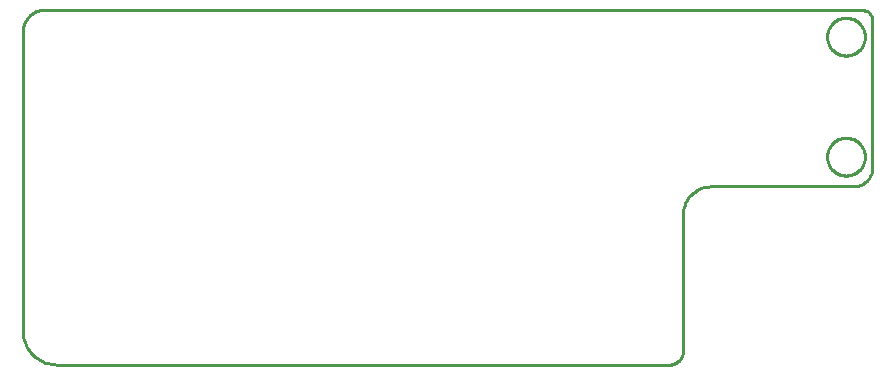
<source format=gbr>
G04 EAGLE Gerber RS-274X export*
G75*
%MOMM*%
%FSLAX34Y34*%
%LPD*%
%IN*%
%IPPOS*%
%AMOC8*
5,1,8,0,0,1.08239X$1,22.5*%
G01*
%ADD10C,0.254000*%


D10*
X36513Y257175D02*
X36621Y254685D01*
X36947Y252213D01*
X37486Y249779D01*
X38236Y247402D01*
X39190Y245099D01*
X40341Y242888D01*
X41680Y240785D01*
X43198Y238807D01*
X44882Y236969D01*
X46720Y235285D01*
X48698Y233768D01*
X50800Y232428D01*
X53011Y231277D01*
X55314Y230323D01*
X57692Y229574D01*
X60126Y229034D01*
X62597Y228709D01*
X65088Y228600D01*
X584200Y228600D01*
X585169Y228642D01*
X586130Y228769D01*
X587076Y228979D01*
X588001Y229270D01*
X588896Y229641D01*
X589756Y230089D01*
X590574Y230610D01*
X591343Y231200D01*
X592058Y231855D01*
X592713Y232570D01*
X593303Y233339D01*
X593824Y234156D01*
X594271Y235016D01*
X594642Y235912D01*
X594934Y236836D01*
X595144Y237783D01*
X595270Y238744D01*
X595313Y239713D01*
X595313Y355600D01*
X595403Y357675D01*
X595674Y359735D01*
X596124Y361763D01*
X596749Y363744D01*
X597544Y365664D01*
X598503Y367506D01*
X599619Y369258D01*
X600884Y370906D01*
X602287Y372438D01*
X603819Y373841D01*
X605467Y375106D01*
X607219Y376222D01*
X609061Y377181D01*
X610981Y377976D01*
X612962Y378601D01*
X614990Y379051D01*
X617050Y379322D01*
X619125Y379413D01*
X739775Y379413D01*
X741159Y379473D01*
X742532Y379654D01*
X743884Y379953D01*
X745205Y380370D01*
X746484Y380900D01*
X747713Y381539D01*
X748881Y382283D01*
X749979Y383127D01*
X751000Y384062D01*
X751936Y385083D01*
X752779Y386182D01*
X753523Y387350D01*
X754163Y388578D01*
X754693Y389858D01*
X755109Y391179D01*
X755409Y392531D01*
X755590Y393904D01*
X755650Y395288D01*
X755650Y520700D01*
X755620Y521392D01*
X755529Y522078D01*
X755380Y522754D01*
X755171Y523415D01*
X754906Y524055D01*
X754587Y524669D01*
X754215Y525253D01*
X753793Y525802D01*
X753325Y526313D01*
X752815Y526780D01*
X752265Y527202D01*
X751681Y527574D01*
X751067Y527894D01*
X750427Y528159D01*
X749767Y528367D01*
X749091Y528517D01*
X748404Y528607D01*
X747713Y528638D01*
X53975Y528638D01*
X52453Y528571D01*
X50943Y528372D01*
X49455Y528042D01*
X48002Y527584D01*
X46595Y527001D01*
X45244Y526298D01*
X43959Y525479D01*
X42750Y524552D01*
X41627Y523523D01*
X40598Y522400D01*
X39671Y521191D01*
X38852Y519906D01*
X38149Y518555D01*
X37566Y517148D01*
X37108Y515695D01*
X36778Y514207D01*
X36579Y512697D01*
X36513Y511175D01*
X36513Y257175D01*
X733953Y420626D02*
X734998Y420557D01*
X736037Y420420D01*
X737064Y420216D01*
X738076Y419945D01*
X739068Y419608D01*
X740036Y419207D01*
X740975Y418744D01*
X741883Y418220D01*
X742754Y417638D01*
X743585Y417000D01*
X744372Y416310D01*
X745113Y415569D01*
X745804Y414781D01*
X746442Y413950D01*
X747024Y413079D01*
X747547Y412172D01*
X748011Y411232D01*
X748412Y410265D01*
X748748Y409273D01*
X749019Y408261D01*
X749224Y407233D01*
X749361Y406195D01*
X749429Y405149D01*
X749429Y404102D01*
X749361Y403056D01*
X749224Y402018D01*
X749019Y400990D01*
X748748Y399979D01*
X748412Y398987D01*
X748011Y398019D01*
X747547Y397079D01*
X747024Y396172D01*
X746442Y395301D01*
X745804Y394470D01*
X745113Y393682D01*
X744372Y392941D01*
X743585Y392251D01*
X742754Y391613D01*
X741883Y391031D01*
X740975Y390507D01*
X740036Y390044D01*
X739068Y389643D01*
X738076Y389306D01*
X737064Y389035D01*
X736037Y388831D01*
X734998Y388694D01*
X733953Y388626D01*
X732905Y388626D01*
X731860Y388694D01*
X730821Y388831D01*
X729794Y389035D01*
X728782Y389306D01*
X727790Y389643D01*
X726822Y390044D01*
X725883Y390507D01*
X724975Y391031D01*
X724104Y391613D01*
X723273Y392251D01*
X722486Y392941D01*
X721745Y393682D01*
X721054Y394470D01*
X720417Y395301D01*
X719835Y396172D01*
X719311Y397079D01*
X718847Y398019D01*
X718447Y398987D01*
X718110Y399979D01*
X717839Y400990D01*
X717634Y402018D01*
X717498Y403056D01*
X717429Y404102D01*
X717429Y405149D01*
X717498Y406195D01*
X717634Y407233D01*
X717839Y408261D01*
X718110Y409273D01*
X718447Y410265D01*
X718847Y411232D01*
X719311Y412172D01*
X719835Y413079D01*
X720417Y413950D01*
X721054Y414781D01*
X721745Y415569D01*
X722486Y416310D01*
X723273Y417000D01*
X724104Y417638D01*
X724975Y418220D01*
X725883Y418744D01*
X726822Y419207D01*
X727790Y419608D01*
X728782Y419945D01*
X729794Y420216D01*
X730821Y420420D01*
X731860Y420557D01*
X732905Y420626D01*
X733953Y420626D01*
X733953Y522226D02*
X734998Y522157D01*
X736037Y522020D01*
X737064Y521816D01*
X738076Y521545D01*
X739068Y521208D01*
X740036Y520807D01*
X740975Y520344D01*
X741883Y519820D01*
X742754Y519238D01*
X743585Y518600D01*
X744372Y517910D01*
X745113Y517169D01*
X745804Y516381D01*
X746442Y515550D01*
X747024Y514679D01*
X747547Y513772D01*
X748011Y512832D01*
X748412Y511865D01*
X748748Y510873D01*
X749019Y509861D01*
X749224Y508833D01*
X749361Y507795D01*
X749429Y506749D01*
X749429Y505702D01*
X749361Y504656D01*
X749224Y503618D01*
X749019Y502590D01*
X748748Y501579D01*
X748412Y500587D01*
X748011Y499619D01*
X747547Y498679D01*
X747024Y497772D01*
X746442Y496901D01*
X745804Y496070D01*
X745113Y495282D01*
X744372Y494541D01*
X743585Y493851D01*
X742754Y493213D01*
X741883Y492631D01*
X740975Y492107D01*
X740036Y491644D01*
X739068Y491243D01*
X738076Y490906D01*
X737064Y490635D01*
X736037Y490431D01*
X734998Y490294D01*
X733953Y490226D01*
X732905Y490226D01*
X731860Y490294D01*
X730821Y490431D01*
X729794Y490635D01*
X728782Y490906D01*
X727790Y491243D01*
X726822Y491644D01*
X725883Y492107D01*
X724975Y492631D01*
X724104Y493213D01*
X723273Y493851D01*
X722486Y494541D01*
X721745Y495282D01*
X721054Y496070D01*
X720417Y496901D01*
X719835Y497772D01*
X719311Y498679D01*
X718847Y499619D01*
X718447Y500587D01*
X718110Y501579D01*
X717839Y502590D01*
X717634Y503618D01*
X717498Y504656D01*
X717429Y505702D01*
X717429Y506749D01*
X717498Y507795D01*
X717634Y508833D01*
X717839Y509861D01*
X718110Y510873D01*
X718447Y511865D01*
X718847Y512832D01*
X719311Y513772D01*
X719835Y514679D01*
X720417Y515550D01*
X721054Y516381D01*
X721745Y517169D01*
X722486Y517910D01*
X723273Y518600D01*
X724104Y519238D01*
X724975Y519820D01*
X725883Y520344D01*
X726822Y520807D01*
X727790Y521208D01*
X728782Y521545D01*
X729794Y521816D01*
X730821Y522020D01*
X731860Y522157D01*
X732905Y522226D01*
X733953Y522226D01*
M02*

</source>
